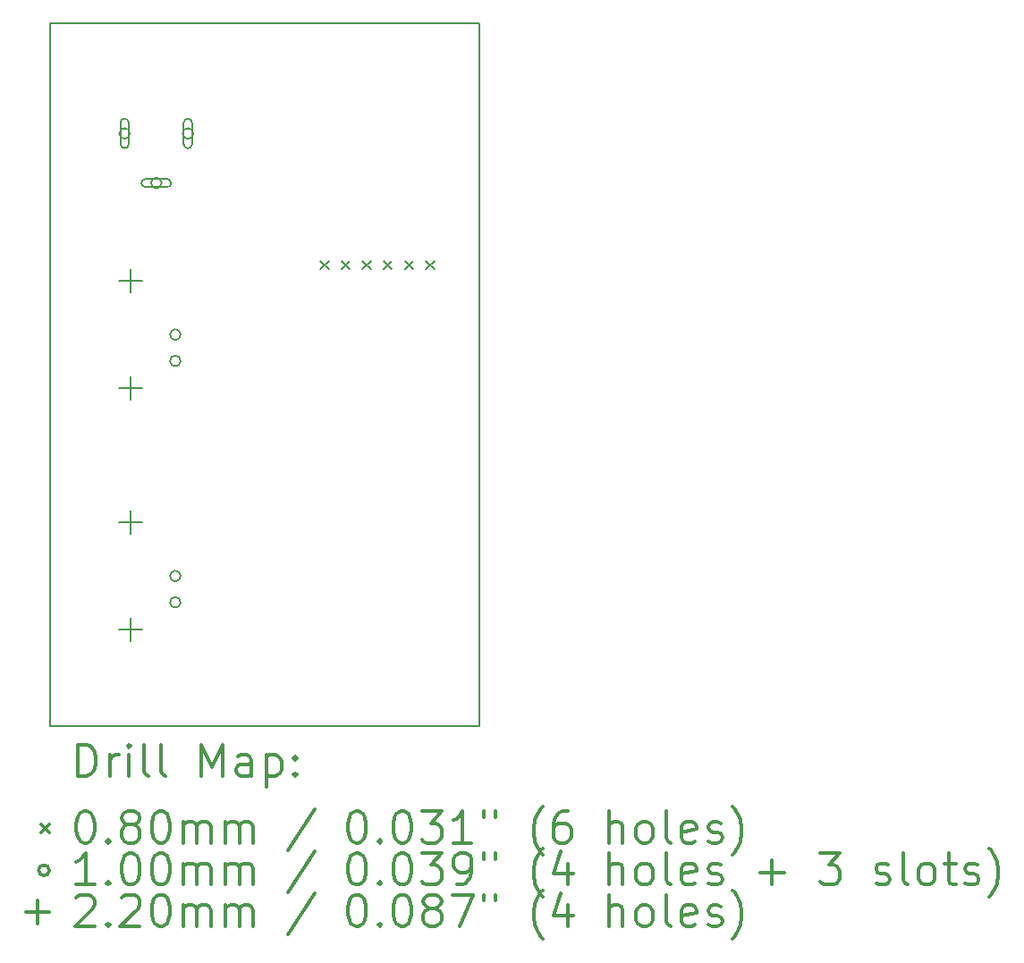
<source format=gbr>
%FSLAX45Y45*%
G04 Gerber Fmt 4.5, Leading zero omitted, Abs format (unit mm)*
G04 Created by KiCad (PCBNEW 4.0.4-stable) date 12/12/16 02:41:40*
%MOMM*%
%LPD*%
G01*
G04 APERTURE LIST*
%ADD10C,0.127000*%
%ADD11C,0.150000*%
%ADD12C,0.200000*%
%ADD13C,0.300000*%
G04 APERTURE END LIST*
D10*
D11*
X15951200Y-13360400D02*
X11887200Y-13360400D01*
X15951200Y-6705600D02*
X15951200Y-13360400D01*
X14274800Y-6705600D02*
X15951200Y-6705600D01*
X11887200Y-6705600D02*
X14274800Y-6705600D01*
X11887200Y-13360400D02*
X11887200Y-6705600D01*
D12*
X14446000Y-8953000D02*
X14526000Y-9033000D01*
X14526000Y-8953000D02*
X14446000Y-9033000D01*
X14646000Y-8953000D02*
X14726000Y-9033000D01*
X14726000Y-8953000D02*
X14646000Y-9033000D01*
X14846000Y-8953000D02*
X14926000Y-9033000D01*
X14926000Y-8953000D02*
X14846000Y-9033000D01*
X15046000Y-8953000D02*
X15126000Y-9033000D01*
X15126000Y-8953000D02*
X15046000Y-9033000D01*
X15246000Y-8953000D02*
X15326000Y-9033000D01*
X15326000Y-8953000D02*
X15246000Y-9033000D01*
X15446000Y-8953000D02*
X15526000Y-9033000D01*
X15526000Y-8953000D02*
X15446000Y-9033000D01*
X12643104Y-7747000D02*
G75*
G03X12643104Y-7747000I-50038J0D01*
G01*
X12553028Y-7647051D02*
X12553028Y-7846949D01*
X12633104Y-7647051D02*
X12633104Y-7846949D01*
X12553028Y-7846949D02*
G75*
G03X12633104Y-7846949I40038J0D01*
G01*
X12633104Y-7647051D02*
G75*
G03X12553028Y-7647051I-40038J0D01*
G01*
X12943078Y-8216900D02*
G75*
G03X12943078Y-8216900I-50038J0D01*
G01*
X12793091Y-8256938D02*
X12992989Y-8256938D01*
X12793091Y-8176862D02*
X12992989Y-8176862D01*
X12992989Y-8256938D02*
G75*
G03X12992989Y-8176862I0J40038D01*
G01*
X12793091Y-8176862D02*
G75*
G03X12793091Y-8256938I0J-40038D01*
G01*
X13123164Y-9652000D02*
G75*
G03X13123164Y-9652000I-50038J0D01*
G01*
X13123164Y-9901936D02*
G75*
G03X13123164Y-9901936I-50038J0D01*
G01*
X13123164Y-11938000D02*
G75*
G03X13123164Y-11938000I-50038J0D01*
G01*
X13123164Y-12187936D02*
G75*
G03X13123164Y-12187936I-50038J0D01*
G01*
X13243052Y-7747000D02*
G75*
G03X13243052Y-7747000I-50038J0D01*
G01*
X13152976Y-7647051D02*
X13152976Y-7846949D01*
X13233052Y-7647051D02*
X13233052Y-7846949D01*
X13152976Y-7846949D02*
G75*
G03X13233052Y-7846949I40038J0D01*
G01*
X13233052Y-7647051D02*
G75*
G03X13152976Y-7647051I-40038J0D01*
G01*
X12646660Y-9031986D02*
X12646660Y-9251950D01*
X12536678Y-9141968D02*
X12756642Y-9141968D01*
X12646660Y-10051796D02*
X12646660Y-10271760D01*
X12536678Y-10161778D02*
X12756642Y-10161778D01*
X12646660Y-11317986D02*
X12646660Y-11537950D01*
X12536678Y-11427968D02*
X12756642Y-11427968D01*
X12646660Y-12337796D02*
X12646660Y-12557760D01*
X12536678Y-12447778D02*
X12756642Y-12447778D01*
D13*
X12151128Y-13833614D02*
X12151128Y-13533614D01*
X12222557Y-13533614D01*
X12265414Y-13547900D01*
X12293986Y-13576471D01*
X12308271Y-13605043D01*
X12322557Y-13662186D01*
X12322557Y-13705043D01*
X12308271Y-13762186D01*
X12293986Y-13790757D01*
X12265414Y-13819329D01*
X12222557Y-13833614D01*
X12151128Y-13833614D01*
X12451128Y-13833614D02*
X12451128Y-13633614D01*
X12451128Y-13690757D02*
X12465414Y-13662186D01*
X12479700Y-13647900D01*
X12508271Y-13633614D01*
X12536843Y-13633614D01*
X12636843Y-13833614D02*
X12636843Y-13633614D01*
X12636843Y-13533614D02*
X12622557Y-13547900D01*
X12636843Y-13562186D01*
X12651128Y-13547900D01*
X12636843Y-13533614D01*
X12636843Y-13562186D01*
X12822557Y-13833614D02*
X12793986Y-13819329D01*
X12779700Y-13790757D01*
X12779700Y-13533614D01*
X12979700Y-13833614D02*
X12951128Y-13819329D01*
X12936843Y-13790757D01*
X12936843Y-13533614D01*
X13322557Y-13833614D02*
X13322557Y-13533614D01*
X13422557Y-13747900D01*
X13522557Y-13533614D01*
X13522557Y-13833614D01*
X13793986Y-13833614D02*
X13793986Y-13676471D01*
X13779700Y-13647900D01*
X13751128Y-13633614D01*
X13693986Y-13633614D01*
X13665414Y-13647900D01*
X13793986Y-13819329D02*
X13765414Y-13833614D01*
X13693986Y-13833614D01*
X13665414Y-13819329D01*
X13651128Y-13790757D01*
X13651128Y-13762186D01*
X13665414Y-13733614D01*
X13693986Y-13719329D01*
X13765414Y-13719329D01*
X13793986Y-13705043D01*
X13936843Y-13633614D02*
X13936843Y-13933614D01*
X13936843Y-13647900D02*
X13965414Y-13633614D01*
X14022557Y-13633614D01*
X14051128Y-13647900D01*
X14065414Y-13662186D01*
X14079700Y-13690757D01*
X14079700Y-13776471D01*
X14065414Y-13805043D01*
X14051128Y-13819329D01*
X14022557Y-13833614D01*
X13965414Y-13833614D01*
X13936843Y-13819329D01*
X14208271Y-13805043D02*
X14222557Y-13819329D01*
X14208271Y-13833614D01*
X14193986Y-13819329D01*
X14208271Y-13805043D01*
X14208271Y-13833614D01*
X14208271Y-13647900D02*
X14222557Y-13662186D01*
X14208271Y-13676471D01*
X14193986Y-13662186D01*
X14208271Y-13647900D01*
X14208271Y-13676471D01*
X11799700Y-14287900D02*
X11879700Y-14367900D01*
X11879700Y-14287900D02*
X11799700Y-14367900D01*
X12208271Y-14163614D02*
X12236843Y-14163614D01*
X12265414Y-14177900D01*
X12279700Y-14192186D01*
X12293986Y-14220757D01*
X12308271Y-14277900D01*
X12308271Y-14349329D01*
X12293986Y-14406471D01*
X12279700Y-14435043D01*
X12265414Y-14449329D01*
X12236843Y-14463614D01*
X12208271Y-14463614D01*
X12179700Y-14449329D01*
X12165414Y-14435043D01*
X12151128Y-14406471D01*
X12136843Y-14349329D01*
X12136843Y-14277900D01*
X12151128Y-14220757D01*
X12165414Y-14192186D01*
X12179700Y-14177900D01*
X12208271Y-14163614D01*
X12436843Y-14435043D02*
X12451128Y-14449329D01*
X12436843Y-14463614D01*
X12422557Y-14449329D01*
X12436843Y-14435043D01*
X12436843Y-14463614D01*
X12622557Y-14292186D02*
X12593986Y-14277900D01*
X12579700Y-14263614D01*
X12565414Y-14235043D01*
X12565414Y-14220757D01*
X12579700Y-14192186D01*
X12593986Y-14177900D01*
X12622557Y-14163614D01*
X12679700Y-14163614D01*
X12708271Y-14177900D01*
X12722557Y-14192186D01*
X12736843Y-14220757D01*
X12736843Y-14235043D01*
X12722557Y-14263614D01*
X12708271Y-14277900D01*
X12679700Y-14292186D01*
X12622557Y-14292186D01*
X12593986Y-14306471D01*
X12579700Y-14320757D01*
X12565414Y-14349329D01*
X12565414Y-14406471D01*
X12579700Y-14435043D01*
X12593986Y-14449329D01*
X12622557Y-14463614D01*
X12679700Y-14463614D01*
X12708271Y-14449329D01*
X12722557Y-14435043D01*
X12736843Y-14406471D01*
X12736843Y-14349329D01*
X12722557Y-14320757D01*
X12708271Y-14306471D01*
X12679700Y-14292186D01*
X12922557Y-14163614D02*
X12951128Y-14163614D01*
X12979700Y-14177900D01*
X12993986Y-14192186D01*
X13008271Y-14220757D01*
X13022557Y-14277900D01*
X13022557Y-14349329D01*
X13008271Y-14406471D01*
X12993986Y-14435043D01*
X12979700Y-14449329D01*
X12951128Y-14463614D01*
X12922557Y-14463614D01*
X12893986Y-14449329D01*
X12879700Y-14435043D01*
X12865414Y-14406471D01*
X12851128Y-14349329D01*
X12851128Y-14277900D01*
X12865414Y-14220757D01*
X12879700Y-14192186D01*
X12893986Y-14177900D01*
X12922557Y-14163614D01*
X13151128Y-14463614D02*
X13151128Y-14263614D01*
X13151128Y-14292186D02*
X13165414Y-14277900D01*
X13193986Y-14263614D01*
X13236843Y-14263614D01*
X13265414Y-14277900D01*
X13279700Y-14306471D01*
X13279700Y-14463614D01*
X13279700Y-14306471D02*
X13293986Y-14277900D01*
X13322557Y-14263614D01*
X13365414Y-14263614D01*
X13393986Y-14277900D01*
X13408271Y-14306471D01*
X13408271Y-14463614D01*
X13551128Y-14463614D02*
X13551128Y-14263614D01*
X13551128Y-14292186D02*
X13565414Y-14277900D01*
X13593986Y-14263614D01*
X13636843Y-14263614D01*
X13665414Y-14277900D01*
X13679700Y-14306471D01*
X13679700Y-14463614D01*
X13679700Y-14306471D02*
X13693986Y-14277900D01*
X13722557Y-14263614D01*
X13765414Y-14263614D01*
X13793986Y-14277900D01*
X13808271Y-14306471D01*
X13808271Y-14463614D01*
X14393986Y-14149329D02*
X14136843Y-14535043D01*
X14779700Y-14163614D02*
X14808271Y-14163614D01*
X14836843Y-14177900D01*
X14851128Y-14192186D01*
X14865414Y-14220757D01*
X14879700Y-14277900D01*
X14879700Y-14349329D01*
X14865414Y-14406471D01*
X14851128Y-14435043D01*
X14836843Y-14449329D01*
X14808271Y-14463614D01*
X14779700Y-14463614D01*
X14751128Y-14449329D01*
X14736843Y-14435043D01*
X14722557Y-14406471D01*
X14708271Y-14349329D01*
X14708271Y-14277900D01*
X14722557Y-14220757D01*
X14736843Y-14192186D01*
X14751128Y-14177900D01*
X14779700Y-14163614D01*
X15008271Y-14435043D02*
X15022557Y-14449329D01*
X15008271Y-14463614D01*
X14993986Y-14449329D01*
X15008271Y-14435043D01*
X15008271Y-14463614D01*
X15208271Y-14163614D02*
X15236843Y-14163614D01*
X15265414Y-14177900D01*
X15279700Y-14192186D01*
X15293985Y-14220757D01*
X15308271Y-14277900D01*
X15308271Y-14349329D01*
X15293985Y-14406471D01*
X15279700Y-14435043D01*
X15265414Y-14449329D01*
X15236843Y-14463614D01*
X15208271Y-14463614D01*
X15179700Y-14449329D01*
X15165414Y-14435043D01*
X15151128Y-14406471D01*
X15136843Y-14349329D01*
X15136843Y-14277900D01*
X15151128Y-14220757D01*
X15165414Y-14192186D01*
X15179700Y-14177900D01*
X15208271Y-14163614D01*
X15408271Y-14163614D02*
X15593985Y-14163614D01*
X15493985Y-14277900D01*
X15536843Y-14277900D01*
X15565414Y-14292186D01*
X15579700Y-14306471D01*
X15593985Y-14335043D01*
X15593985Y-14406471D01*
X15579700Y-14435043D01*
X15565414Y-14449329D01*
X15536843Y-14463614D01*
X15451128Y-14463614D01*
X15422557Y-14449329D01*
X15408271Y-14435043D01*
X15879700Y-14463614D02*
X15708271Y-14463614D01*
X15793985Y-14463614D02*
X15793985Y-14163614D01*
X15765414Y-14206471D01*
X15736843Y-14235043D01*
X15708271Y-14249329D01*
X15993986Y-14163614D02*
X15993986Y-14220757D01*
X16108271Y-14163614D02*
X16108271Y-14220757D01*
X16551128Y-14577900D02*
X16536843Y-14563614D01*
X16508271Y-14520757D01*
X16493985Y-14492186D01*
X16479700Y-14449329D01*
X16465414Y-14377900D01*
X16465414Y-14320757D01*
X16479700Y-14249329D01*
X16493985Y-14206471D01*
X16508271Y-14177900D01*
X16536843Y-14135043D01*
X16551128Y-14120757D01*
X16793986Y-14163614D02*
X16736843Y-14163614D01*
X16708271Y-14177900D01*
X16693985Y-14192186D01*
X16665414Y-14235043D01*
X16651128Y-14292186D01*
X16651128Y-14406471D01*
X16665414Y-14435043D01*
X16679700Y-14449329D01*
X16708271Y-14463614D01*
X16765414Y-14463614D01*
X16793986Y-14449329D01*
X16808271Y-14435043D01*
X16822557Y-14406471D01*
X16822557Y-14335043D01*
X16808271Y-14306471D01*
X16793986Y-14292186D01*
X16765414Y-14277900D01*
X16708271Y-14277900D01*
X16679700Y-14292186D01*
X16665414Y-14306471D01*
X16651128Y-14335043D01*
X17179700Y-14463614D02*
X17179700Y-14163614D01*
X17308271Y-14463614D02*
X17308271Y-14306471D01*
X17293986Y-14277900D01*
X17265414Y-14263614D01*
X17222557Y-14263614D01*
X17193986Y-14277900D01*
X17179700Y-14292186D01*
X17493986Y-14463614D02*
X17465414Y-14449329D01*
X17451128Y-14435043D01*
X17436843Y-14406471D01*
X17436843Y-14320757D01*
X17451128Y-14292186D01*
X17465414Y-14277900D01*
X17493986Y-14263614D01*
X17536843Y-14263614D01*
X17565414Y-14277900D01*
X17579700Y-14292186D01*
X17593986Y-14320757D01*
X17593986Y-14406471D01*
X17579700Y-14435043D01*
X17565414Y-14449329D01*
X17536843Y-14463614D01*
X17493986Y-14463614D01*
X17765414Y-14463614D02*
X17736843Y-14449329D01*
X17722557Y-14420757D01*
X17722557Y-14163614D01*
X17993986Y-14449329D02*
X17965414Y-14463614D01*
X17908271Y-14463614D01*
X17879700Y-14449329D01*
X17865414Y-14420757D01*
X17865414Y-14306471D01*
X17879700Y-14277900D01*
X17908271Y-14263614D01*
X17965414Y-14263614D01*
X17993986Y-14277900D01*
X18008271Y-14306471D01*
X18008271Y-14335043D01*
X17865414Y-14363614D01*
X18122557Y-14449329D02*
X18151129Y-14463614D01*
X18208271Y-14463614D01*
X18236843Y-14449329D01*
X18251129Y-14420757D01*
X18251129Y-14406471D01*
X18236843Y-14377900D01*
X18208271Y-14363614D01*
X18165414Y-14363614D01*
X18136843Y-14349329D01*
X18122557Y-14320757D01*
X18122557Y-14306471D01*
X18136843Y-14277900D01*
X18165414Y-14263614D01*
X18208271Y-14263614D01*
X18236843Y-14277900D01*
X18351128Y-14577900D02*
X18365414Y-14563614D01*
X18393986Y-14520757D01*
X18408271Y-14492186D01*
X18422557Y-14449329D01*
X18436843Y-14377900D01*
X18436843Y-14320757D01*
X18422557Y-14249329D01*
X18408271Y-14206471D01*
X18393986Y-14177900D01*
X18365414Y-14135043D01*
X18351128Y-14120757D01*
X11879700Y-14723900D02*
G75*
G03X11879700Y-14723900I-50038J0D01*
G01*
X12308271Y-14859614D02*
X12136843Y-14859614D01*
X12222557Y-14859614D02*
X12222557Y-14559614D01*
X12193986Y-14602471D01*
X12165414Y-14631043D01*
X12136843Y-14645329D01*
X12436843Y-14831043D02*
X12451128Y-14845329D01*
X12436843Y-14859614D01*
X12422557Y-14845329D01*
X12436843Y-14831043D01*
X12436843Y-14859614D01*
X12636843Y-14559614D02*
X12665414Y-14559614D01*
X12693986Y-14573900D01*
X12708271Y-14588186D01*
X12722557Y-14616757D01*
X12736843Y-14673900D01*
X12736843Y-14745329D01*
X12722557Y-14802471D01*
X12708271Y-14831043D01*
X12693986Y-14845329D01*
X12665414Y-14859614D01*
X12636843Y-14859614D01*
X12608271Y-14845329D01*
X12593986Y-14831043D01*
X12579700Y-14802471D01*
X12565414Y-14745329D01*
X12565414Y-14673900D01*
X12579700Y-14616757D01*
X12593986Y-14588186D01*
X12608271Y-14573900D01*
X12636843Y-14559614D01*
X12922557Y-14559614D02*
X12951128Y-14559614D01*
X12979700Y-14573900D01*
X12993986Y-14588186D01*
X13008271Y-14616757D01*
X13022557Y-14673900D01*
X13022557Y-14745329D01*
X13008271Y-14802471D01*
X12993986Y-14831043D01*
X12979700Y-14845329D01*
X12951128Y-14859614D01*
X12922557Y-14859614D01*
X12893986Y-14845329D01*
X12879700Y-14831043D01*
X12865414Y-14802471D01*
X12851128Y-14745329D01*
X12851128Y-14673900D01*
X12865414Y-14616757D01*
X12879700Y-14588186D01*
X12893986Y-14573900D01*
X12922557Y-14559614D01*
X13151128Y-14859614D02*
X13151128Y-14659614D01*
X13151128Y-14688186D02*
X13165414Y-14673900D01*
X13193986Y-14659614D01*
X13236843Y-14659614D01*
X13265414Y-14673900D01*
X13279700Y-14702471D01*
X13279700Y-14859614D01*
X13279700Y-14702471D02*
X13293986Y-14673900D01*
X13322557Y-14659614D01*
X13365414Y-14659614D01*
X13393986Y-14673900D01*
X13408271Y-14702471D01*
X13408271Y-14859614D01*
X13551128Y-14859614D02*
X13551128Y-14659614D01*
X13551128Y-14688186D02*
X13565414Y-14673900D01*
X13593986Y-14659614D01*
X13636843Y-14659614D01*
X13665414Y-14673900D01*
X13679700Y-14702471D01*
X13679700Y-14859614D01*
X13679700Y-14702471D02*
X13693986Y-14673900D01*
X13722557Y-14659614D01*
X13765414Y-14659614D01*
X13793986Y-14673900D01*
X13808271Y-14702471D01*
X13808271Y-14859614D01*
X14393986Y-14545329D02*
X14136843Y-14931043D01*
X14779700Y-14559614D02*
X14808271Y-14559614D01*
X14836843Y-14573900D01*
X14851128Y-14588186D01*
X14865414Y-14616757D01*
X14879700Y-14673900D01*
X14879700Y-14745329D01*
X14865414Y-14802471D01*
X14851128Y-14831043D01*
X14836843Y-14845329D01*
X14808271Y-14859614D01*
X14779700Y-14859614D01*
X14751128Y-14845329D01*
X14736843Y-14831043D01*
X14722557Y-14802471D01*
X14708271Y-14745329D01*
X14708271Y-14673900D01*
X14722557Y-14616757D01*
X14736843Y-14588186D01*
X14751128Y-14573900D01*
X14779700Y-14559614D01*
X15008271Y-14831043D02*
X15022557Y-14845329D01*
X15008271Y-14859614D01*
X14993986Y-14845329D01*
X15008271Y-14831043D01*
X15008271Y-14859614D01*
X15208271Y-14559614D02*
X15236843Y-14559614D01*
X15265414Y-14573900D01*
X15279700Y-14588186D01*
X15293985Y-14616757D01*
X15308271Y-14673900D01*
X15308271Y-14745329D01*
X15293985Y-14802471D01*
X15279700Y-14831043D01*
X15265414Y-14845329D01*
X15236843Y-14859614D01*
X15208271Y-14859614D01*
X15179700Y-14845329D01*
X15165414Y-14831043D01*
X15151128Y-14802471D01*
X15136843Y-14745329D01*
X15136843Y-14673900D01*
X15151128Y-14616757D01*
X15165414Y-14588186D01*
X15179700Y-14573900D01*
X15208271Y-14559614D01*
X15408271Y-14559614D02*
X15593985Y-14559614D01*
X15493985Y-14673900D01*
X15536843Y-14673900D01*
X15565414Y-14688186D01*
X15579700Y-14702471D01*
X15593985Y-14731043D01*
X15593985Y-14802471D01*
X15579700Y-14831043D01*
X15565414Y-14845329D01*
X15536843Y-14859614D01*
X15451128Y-14859614D01*
X15422557Y-14845329D01*
X15408271Y-14831043D01*
X15736843Y-14859614D02*
X15793985Y-14859614D01*
X15822557Y-14845329D01*
X15836843Y-14831043D01*
X15865414Y-14788186D01*
X15879700Y-14731043D01*
X15879700Y-14616757D01*
X15865414Y-14588186D01*
X15851128Y-14573900D01*
X15822557Y-14559614D01*
X15765414Y-14559614D01*
X15736843Y-14573900D01*
X15722557Y-14588186D01*
X15708271Y-14616757D01*
X15708271Y-14688186D01*
X15722557Y-14716757D01*
X15736843Y-14731043D01*
X15765414Y-14745329D01*
X15822557Y-14745329D01*
X15851128Y-14731043D01*
X15865414Y-14716757D01*
X15879700Y-14688186D01*
X15993986Y-14559614D02*
X15993986Y-14616757D01*
X16108271Y-14559614D02*
X16108271Y-14616757D01*
X16551128Y-14973900D02*
X16536843Y-14959614D01*
X16508271Y-14916757D01*
X16493985Y-14888186D01*
X16479700Y-14845329D01*
X16465414Y-14773900D01*
X16465414Y-14716757D01*
X16479700Y-14645329D01*
X16493985Y-14602471D01*
X16508271Y-14573900D01*
X16536843Y-14531043D01*
X16551128Y-14516757D01*
X16793986Y-14659614D02*
X16793986Y-14859614D01*
X16722557Y-14545329D02*
X16651128Y-14759614D01*
X16836843Y-14759614D01*
X17179700Y-14859614D02*
X17179700Y-14559614D01*
X17308271Y-14859614D02*
X17308271Y-14702471D01*
X17293986Y-14673900D01*
X17265414Y-14659614D01*
X17222557Y-14659614D01*
X17193986Y-14673900D01*
X17179700Y-14688186D01*
X17493986Y-14859614D02*
X17465414Y-14845329D01*
X17451128Y-14831043D01*
X17436843Y-14802471D01*
X17436843Y-14716757D01*
X17451128Y-14688186D01*
X17465414Y-14673900D01*
X17493986Y-14659614D01*
X17536843Y-14659614D01*
X17565414Y-14673900D01*
X17579700Y-14688186D01*
X17593986Y-14716757D01*
X17593986Y-14802471D01*
X17579700Y-14831043D01*
X17565414Y-14845329D01*
X17536843Y-14859614D01*
X17493986Y-14859614D01*
X17765414Y-14859614D02*
X17736843Y-14845329D01*
X17722557Y-14816757D01*
X17722557Y-14559614D01*
X17993986Y-14845329D02*
X17965414Y-14859614D01*
X17908271Y-14859614D01*
X17879700Y-14845329D01*
X17865414Y-14816757D01*
X17865414Y-14702471D01*
X17879700Y-14673900D01*
X17908271Y-14659614D01*
X17965414Y-14659614D01*
X17993986Y-14673900D01*
X18008271Y-14702471D01*
X18008271Y-14731043D01*
X17865414Y-14759614D01*
X18122557Y-14845329D02*
X18151129Y-14859614D01*
X18208271Y-14859614D01*
X18236843Y-14845329D01*
X18251129Y-14816757D01*
X18251129Y-14802471D01*
X18236843Y-14773900D01*
X18208271Y-14759614D01*
X18165414Y-14759614D01*
X18136843Y-14745329D01*
X18122557Y-14716757D01*
X18122557Y-14702471D01*
X18136843Y-14673900D01*
X18165414Y-14659614D01*
X18208271Y-14659614D01*
X18236843Y-14673900D01*
X18608271Y-14745329D02*
X18836843Y-14745329D01*
X18722557Y-14859614D02*
X18722557Y-14631043D01*
X19179700Y-14559614D02*
X19365414Y-14559614D01*
X19265414Y-14673900D01*
X19308271Y-14673900D01*
X19336843Y-14688186D01*
X19351128Y-14702471D01*
X19365414Y-14731043D01*
X19365414Y-14802471D01*
X19351128Y-14831043D01*
X19336843Y-14845329D01*
X19308271Y-14859614D01*
X19222557Y-14859614D01*
X19193986Y-14845329D01*
X19179700Y-14831043D01*
X19708271Y-14845329D02*
X19736843Y-14859614D01*
X19793986Y-14859614D01*
X19822557Y-14845329D01*
X19836843Y-14816757D01*
X19836843Y-14802471D01*
X19822557Y-14773900D01*
X19793986Y-14759614D01*
X19751128Y-14759614D01*
X19722557Y-14745329D01*
X19708271Y-14716757D01*
X19708271Y-14702471D01*
X19722557Y-14673900D01*
X19751128Y-14659614D01*
X19793986Y-14659614D01*
X19822557Y-14673900D01*
X20008271Y-14859614D02*
X19979700Y-14845329D01*
X19965414Y-14816757D01*
X19965414Y-14559614D01*
X20165414Y-14859614D02*
X20136843Y-14845329D01*
X20122557Y-14831043D01*
X20108271Y-14802471D01*
X20108271Y-14716757D01*
X20122557Y-14688186D01*
X20136843Y-14673900D01*
X20165414Y-14659614D01*
X20208271Y-14659614D01*
X20236843Y-14673900D01*
X20251128Y-14688186D01*
X20265414Y-14716757D01*
X20265414Y-14802471D01*
X20251128Y-14831043D01*
X20236843Y-14845329D01*
X20208271Y-14859614D01*
X20165414Y-14859614D01*
X20351128Y-14659614D02*
X20465414Y-14659614D01*
X20393986Y-14559614D02*
X20393986Y-14816757D01*
X20408271Y-14845329D01*
X20436843Y-14859614D01*
X20465414Y-14859614D01*
X20551129Y-14845329D02*
X20579700Y-14859614D01*
X20636843Y-14859614D01*
X20665414Y-14845329D01*
X20679700Y-14816757D01*
X20679700Y-14802471D01*
X20665414Y-14773900D01*
X20636843Y-14759614D01*
X20593986Y-14759614D01*
X20565414Y-14745329D01*
X20551129Y-14716757D01*
X20551129Y-14702471D01*
X20565414Y-14673900D01*
X20593986Y-14659614D01*
X20636843Y-14659614D01*
X20665414Y-14673900D01*
X20779700Y-14973900D02*
X20793986Y-14959614D01*
X20822557Y-14916757D01*
X20836843Y-14888186D01*
X20851128Y-14845329D01*
X20865414Y-14773900D01*
X20865414Y-14716757D01*
X20851128Y-14645329D01*
X20836843Y-14602471D01*
X20822557Y-14573900D01*
X20793986Y-14531043D01*
X20779700Y-14516757D01*
X11769718Y-15009918D02*
X11769718Y-15229882D01*
X11659736Y-15119900D02*
X11879700Y-15119900D01*
X12136843Y-14984186D02*
X12151128Y-14969900D01*
X12179700Y-14955614D01*
X12251128Y-14955614D01*
X12279700Y-14969900D01*
X12293986Y-14984186D01*
X12308271Y-15012757D01*
X12308271Y-15041329D01*
X12293986Y-15084186D01*
X12122557Y-15255614D01*
X12308271Y-15255614D01*
X12436843Y-15227043D02*
X12451128Y-15241329D01*
X12436843Y-15255614D01*
X12422557Y-15241329D01*
X12436843Y-15227043D01*
X12436843Y-15255614D01*
X12565414Y-14984186D02*
X12579700Y-14969900D01*
X12608271Y-14955614D01*
X12679700Y-14955614D01*
X12708271Y-14969900D01*
X12722557Y-14984186D01*
X12736843Y-15012757D01*
X12736843Y-15041329D01*
X12722557Y-15084186D01*
X12551128Y-15255614D01*
X12736843Y-15255614D01*
X12922557Y-14955614D02*
X12951128Y-14955614D01*
X12979700Y-14969900D01*
X12993986Y-14984186D01*
X13008271Y-15012757D01*
X13022557Y-15069900D01*
X13022557Y-15141329D01*
X13008271Y-15198471D01*
X12993986Y-15227043D01*
X12979700Y-15241329D01*
X12951128Y-15255614D01*
X12922557Y-15255614D01*
X12893986Y-15241329D01*
X12879700Y-15227043D01*
X12865414Y-15198471D01*
X12851128Y-15141329D01*
X12851128Y-15069900D01*
X12865414Y-15012757D01*
X12879700Y-14984186D01*
X12893986Y-14969900D01*
X12922557Y-14955614D01*
X13151128Y-15255614D02*
X13151128Y-15055614D01*
X13151128Y-15084186D02*
X13165414Y-15069900D01*
X13193986Y-15055614D01*
X13236843Y-15055614D01*
X13265414Y-15069900D01*
X13279700Y-15098471D01*
X13279700Y-15255614D01*
X13279700Y-15098471D02*
X13293986Y-15069900D01*
X13322557Y-15055614D01*
X13365414Y-15055614D01*
X13393986Y-15069900D01*
X13408271Y-15098471D01*
X13408271Y-15255614D01*
X13551128Y-15255614D02*
X13551128Y-15055614D01*
X13551128Y-15084186D02*
X13565414Y-15069900D01*
X13593986Y-15055614D01*
X13636843Y-15055614D01*
X13665414Y-15069900D01*
X13679700Y-15098471D01*
X13679700Y-15255614D01*
X13679700Y-15098471D02*
X13693986Y-15069900D01*
X13722557Y-15055614D01*
X13765414Y-15055614D01*
X13793986Y-15069900D01*
X13808271Y-15098471D01*
X13808271Y-15255614D01*
X14393986Y-14941329D02*
X14136843Y-15327043D01*
X14779700Y-14955614D02*
X14808271Y-14955614D01*
X14836843Y-14969900D01*
X14851128Y-14984186D01*
X14865414Y-15012757D01*
X14879700Y-15069900D01*
X14879700Y-15141329D01*
X14865414Y-15198471D01*
X14851128Y-15227043D01*
X14836843Y-15241329D01*
X14808271Y-15255614D01*
X14779700Y-15255614D01*
X14751128Y-15241329D01*
X14736843Y-15227043D01*
X14722557Y-15198471D01*
X14708271Y-15141329D01*
X14708271Y-15069900D01*
X14722557Y-15012757D01*
X14736843Y-14984186D01*
X14751128Y-14969900D01*
X14779700Y-14955614D01*
X15008271Y-15227043D02*
X15022557Y-15241329D01*
X15008271Y-15255614D01*
X14993986Y-15241329D01*
X15008271Y-15227043D01*
X15008271Y-15255614D01*
X15208271Y-14955614D02*
X15236843Y-14955614D01*
X15265414Y-14969900D01*
X15279700Y-14984186D01*
X15293985Y-15012757D01*
X15308271Y-15069900D01*
X15308271Y-15141329D01*
X15293985Y-15198471D01*
X15279700Y-15227043D01*
X15265414Y-15241329D01*
X15236843Y-15255614D01*
X15208271Y-15255614D01*
X15179700Y-15241329D01*
X15165414Y-15227043D01*
X15151128Y-15198471D01*
X15136843Y-15141329D01*
X15136843Y-15069900D01*
X15151128Y-15012757D01*
X15165414Y-14984186D01*
X15179700Y-14969900D01*
X15208271Y-14955614D01*
X15479700Y-15084186D02*
X15451128Y-15069900D01*
X15436843Y-15055614D01*
X15422557Y-15027043D01*
X15422557Y-15012757D01*
X15436843Y-14984186D01*
X15451128Y-14969900D01*
X15479700Y-14955614D01*
X15536843Y-14955614D01*
X15565414Y-14969900D01*
X15579700Y-14984186D01*
X15593985Y-15012757D01*
X15593985Y-15027043D01*
X15579700Y-15055614D01*
X15565414Y-15069900D01*
X15536843Y-15084186D01*
X15479700Y-15084186D01*
X15451128Y-15098471D01*
X15436843Y-15112757D01*
X15422557Y-15141329D01*
X15422557Y-15198471D01*
X15436843Y-15227043D01*
X15451128Y-15241329D01*
X15479700Y-15255614D01*
X15536843Y-15255614D01*
X15565414Y-15241329D01*
X15579700Y-15227043D01*
X15593985Y-15198471D01*
X15593985Y-15141329D01*
X15579700Y-15112757D01*
X15565414Y-15098471D01*
X15536843Y-15084186D01*
X15693985Y-14955614D02*
X15893985Y-14955614D01*
X15765414Y-15255614D01*
X15993986Y-14955614D02*
X15993986Y-15012757D01*
X16108271Y-14955614D02*
X16108271Y-15012757D01*
X16551128Y-15369900D02*
X16536843Y-15355614D01*
X16508271Y-15312757D01*
X16493985Y-15284186D01*
X16479700Y-15241329D01*
X16465414Y-15169900D01*
X16465414Y-15112757D01*
X16479700Y-15041329D01*
X16493985Y-14998471D01*
X16508271Y-14969900D01*
X16536843Y-14927043D01*
X16551128Y-14912757D01*
X16793986Y-15055614D02*
X16793986Y-15255614D01*
X16722557Y-14941329D02*
X16651128Y-15155614D01*
X16836843Y-15155614D01*
X17179700Y-15255614D02*
X17179700Y-14955614D01*
X17308271Y-15255614D02*
X17308271Y-15098471D01*
X17293986Y-15069900D01*
X17265414Y-15055614D01*
X17222557Y-15055614D01*
X17193986Y-15069900D01*
X17179700Y-15084186D01*
X17493986Y-15255614D02*
X17465414Y-15241329D01*
X17451128Y-15227043D01*
X17436843Y-15198471D01*
X17436843Y-15112757D01*
X17451128Y-15084186D01*
X17465414Y-15069900D01*
X17493986Y-15055614D01*
X17536843Y-15055614D01*
X17565414Y-15069900D01*
X17579700Y-15084186D01*
X17593986Y-15112757D01*
X17593986Y-15198471D01*
X17579700Y-15227043D01*
X17565414Y-15241329D01*
X17536843Y-15255614D01*
X17493986Y-15255614D01*
X17765414Y-15255614D02*
X17736843Y-15241329D01*
X17722557Y-15212757D01*
X17722557Y-14955614D01*
X17993986Y-15241329D02*
X17965414Y-15255614D01*
X17908271Y-15255614D01*
X17879700Y-15241329D01*
X17865414Y-15212757D01*
X17865414Y-15098471D01*
X17879700Y-15069900D01*
X17908271Y-15055614D01*
X17965414Y-15055614D01*
X17993986Y-15069900D01*
X18008271Y-15098471D01*
X18008271Y-15127043D01*
X17865414Y-15155614D01*
X18122557Y-15241329D02*
X18151129Y-15255614D01*
X18208271Y-15255614D01*
X18236843Y-15241329D01*
X18251129Y-15212757D01*
X18251129Y-15198471D01*
X18236843Y-15169900D01*
X18208271Y-15155614D01*
X18165414Y-15155614D01*
X18136843Y-15141329D01*
X18122557Y-15112757D01*
X18122557Y-15098471D01*
X18136843Y-15069900D01*
X18165414Y-15055614D01*
X18208271Y-15055614D01*
X18236843Y-15069900D01*
X18351128Y-15369900D02*
X18365414Y-15355614D01*
X18393986Y-15312757D01*
X18408271Y-15284186D01*
X18422557Y-15241329D01*
X18436843Y-15169900D01*
X18436843Y-15112757D01*
X18422557Y-15041329D01*
X18408271Y-14998471D01*
X18393986Y-14969900D01*
X18365414Y-14927043D01*
X18351128Y-14912757D01*
M02*

</source>
